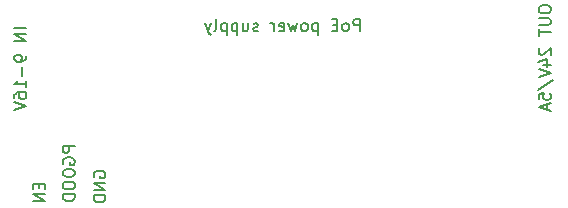
<source format=gbr>
%TF.GenerationSoftware,KiCad,Pcbnew,5.1.10*%
%TF.CreationDate,2021-11-10T11:04:15+01:00*%
%TF.ProjectId,PoE_Boost-Converter,506f455f-426f-46f7-9374-2d436f6e7665,rev?*%
%TF.SameCoordinates,Original*%
%TF.FileFunction,Legend,Bot*%
%TF.FilePolarity,Positive*%
%FSLAX46Y46*%
G04 Gerber Fmt 4.6, Leading zero omitted, Abs format (unit mm)*
G04 Created by KiCad (PCBNEW 5.1.10) date 2021-11-10 11:04:15*
%MOMM*%
%LPD*%
G01*
G04 APERTURE LIST*
%ADD10C,0.150000*%
G04 APERTURE END LIST*
D10*
X135500000Y-51752380D02*
X135500000Y-50752380D01*
X135119047Y-50752380D01*
X135023809Y-50800000D01*
X134976190Y-50847619D01*
X134928571Y-50942857D01*
X134928571Y-51085714D01*
X134976190Y-51180952D01*
X135023809Y-51228571D01*
X135119047Y-51276190D01*
X135500000Y-51276190D01*
X134357142Y-51752380D02*
X134452380Y-51704761D01*
X134500000Y-51657142D01*
X134547619Y-51561904D01*
X134547619Y-51276190D01*
X134500000Y-51180952D01*
X134452380Y-51133333D01*
X134357142Y-51085714D01*
X134214285Y-51085714D01*
X134119047Y-51133333D01*
X134071428Y-51180952D01*
X134023809Y-51276190D01*
X134023809Y-51561904D01*
X134071428Y-51657142D01*
X134119047Y-51704761D01*
X134214285Y-51752380D01*
X134357142Y-51752380D01*
X133595238Y-51228571D02*
X133261904Y-51228571D01*
X133119047Y-51752380D02*
X133595238Y-51752380D01*
X133595238Y-50752380D01*
X133119047Y-50752380D01*
X131928571Y-51085714D02*
X131928571Y-52085714D01*
X131928571Y-51133333D02*
X131833333Y-51085714D01*
X131642857Y-51085714D01*
X131547619Y-51133333D01*
X131500000Y-51180952D01*
X131452380Y-51276190D01*
X131452380Y-51561904D01*
X131500000Y-51657142D01*
X131547619Y-51704761D01*
X131642857Y-51752380D01*
X131833333Y-51752380D01*
X131928571Y-51704761D01*
X130880952Y-51752380D02*
X130976190Y-51704761D01*
X131023809Y-51657142D01*
X131071428Y-51561904D01*
X131071428Y-51276190D01*
X131023809Y-51180952D01*
X130976190Y-51133333D01*
X130880952Y-51085714D01*
X130738095Y-51085714D01*
X130642857Y-51133333D01*
X130595238Y-51180952D01*
X130547619Y-51276190D01*
X130547619Y-51561904D01*
X130595238Y-51657142D01*
X130642857Y-51704761D01*
X130738095Y-51752380D01*
X130880952Y-51752380D01*
X130214285Y-51085714D02*
X130023809Y-51752380D01*
X129833333Y-51276190D01*
X129642857Y-51752380D01*
X129452380Y-51085714D01*
X128690476Y-51704761D02*
X128785714Y-51752380D01*
X128976190Y-51752380D01*
X129071428Y-51704761D01*
X129119047Y-51609523D01*
X129119047Y-51228571D01*
X129071428Y-51133333D01*
X128976190Y-51085714D01*
X128785714Y-51085714D01*
X128690476Y-51133333D01*
X128642857Y-51228571D01*
X128642857Y-51323809D01*
X129119047Y-51419047D01*
X128214285Y-51752380D02*
X128214285Y-51085714D01*
X128214285Y-51276190D02*
X128166666Y-51180952D01*
X128119047Y-51133333D01*
X128023809Y-51085714D01*
X127928571Y-51085714D01*
X126880952Y-51704761D02*
X126785714Y-51752380D01*
X126595238Y-51752380D01*
X126500000Y-51704761D01*
X126452380Y-51609523D01*
X126452380Y-51561904D01*
X126500000Y-51466666D01*
X126595238Y-51419047D01*
X126738095Y-51419047D01*
X126833333Y-51371428D01*
X126880952Y-51276190D01*
X126880952Y-51228571D01*
X126833333Y-51133333D01*
X126738095Y-51085714D01*
X126595238Y-51085714D01*
X126500000Y-51133333D01*
X125595238Y-51085714D02*
X125595238Y-51752380D01*
X126023809Y-51085714D02*
X126023809Y-51609523D01*
X125976190Y-51704761D01*
X125880952Y-51752380D01*
X125738095Y-51752380D01*
X125642857Y-51704761D01*
X125595238Y-51657142D01*
X125119047Y-51085714D02*
X125119047Y-52085714D01*
X125119047Y-51133333D02*
X125023809Y-51085714D01*
X124833333Y-51085714D01*
X124738095Y-51133333D01*
X124690476Y-51180952D01*
X124642857Y-51276190D01*
X124642857Y-51561904D01*
X124690476Y-51657142D01*
X124738095Y-51704761D01*
X124833333Y-51752380D01*
X125023809Y-51752380D01*
X125119047Y-51704761D01*
X124214285Y-51085714D02*
X124214285Y-52085714D01*
X124214285Y-51133333D02*
X124119047Y-51085714D01*
X123928571Y-51085714D01*
X123833333Y-51133333D01*
X123785714Y-51180952D01*
X123738095Y-51276190D01*
X123738095Y-51561904D01*
X123785714Y-51657142D01*
X123833333Y-51704761D01*
X123928571Y-51752380D01*
X124119047Y-51752380D01*
X124214285Y-51704761D01*
X123166666Y-51752380D02*
X123261904Y-51704761D01*
X123309523Y-51609523D01*
X123309523Y-50752380D01*
X122880952Y-51085714D02*
X122642857Y-51752380D01*
X122404761Y-51085714D02*
X122642857Y-51752380D01*
X122738095Y-51990476D01*
X122785714Y-52038095D01*
X122880952Y-52085714D01*
X150652380Y-49809523D02*
X150652380Y-50000000D01*
X150700000Y-50095238D01*
X150795238Y-50190476D01*
X150985714Y-50238095D01*
X151319047Y-50238095D01*
X151509523Y-50190476D01*
X151604761Y-50095238D01*
X151652380Y-50000000D01*
X151652380Y-49809523D01*
X151604761Y-49714285D01*
X151509523Y-49619047D01*
X151319047Y-49571428D01*
X150985714Y-49571428D01*
X150795238Y-49619047D01*
X150700000Y-49714285D01*
X150652380Y-49809523D01*
X150652380Y-50666666D02*
X151461904Y-50666666D01*
X151557142Y-50714285D01*
X151604761Y-50761904D01*
X151652380Y-50857142D01*
X151652380Y-51047619D01*
X151604761Y-51142857D01*
X151557142Y-51190476D01*
X151461904Y-51238095D01*
X150652380Y-51238095D01*
X150652380Y-51571428D02*
X150652380Y-52142857D01*
X151652380Y-51857142D02*
X150652380Y-51857142D01*
X150747619Y-53190476D02*
X150700000Y-53238095D01*
X150652380Y-53333333D01*
X150652380Y-53571428D01*
X150700000Y-53666666D01*
X150747619Y-53714285D01*
X150842857Y-53761904D01*
X150938095Y-53761904D01*
X151080952Y-53714285D01*
X151652380Y-53142857D01*
X151652380Y-53761904D01*
X150985714Y-54619047D02*
X151652380Y-54619047D01*
X150604761Y-54380952D02*
X151319047Y-54142857D01*
X151319047Y-54761904D01*
X150652380Y-55000000D02*
X151652380Y-55333333D01*
X150652380Y-55666666D01*
X150604761Y-56714285D02*
X151890476Y-55857142D01*
X150652380Y-57523809D02*
X150652380Y-57047619D01*
X151128571Y-57000000D01*
X151080952Y-57047619D01*
X151033333Y-57142857D01*
X151033333Y-57380952D01*
X151080952Y-57476190D01*
X151128571Y-57523809D01*
X151223809Y-57571428D01*
X151461904Y-57571428D01*
X151557142Y-57523809D01*
X151604761Y-57476190D01*
X151652380Y-57380952D01*
X151652380Y-57142857D01*
X151604761Y-57047619D01*
X151557142Y-57000000D01*
X151366666Y-57952380D02*
X151366666Y-58428571D01*
X151652380Y-57857142D02*
X150652380Y-58190476D01*
X151652380Y-58523809D01*
X107252380Y-51519047D02*
X106252380Y-51519047D01*
X107252380Y-51995238D02*
X106252380Y-51995238D01*
X107252380Y-52566666D01*
X106252380Y-52566666D01*
X107252380Y-53852380D02*
X107252380Y-54042857D01*
X107204761Y-54138095D01*
X107157142Y-54185714D01*
X107014285Y-54280952D01*
X106823809Y-54328571D01*
X106442857Y-54328571D01*
X106347619Y-54280952D01*
X106300000Y-54233333D01*
X106252380Y-54138095D01*
X106252380Y-53947619D01*
X106300000Y-53852380D01*
X106347619Y-53804761D01*
X106442857Y-53757142D01*
X106680952Y-53757142D01*
X106776190Y-53804761D01*
X106823809Y-53852380D01*
X106871428Y-53947619D01*
X106871428Y-54138095D01*
X106823809Y-54233333D01*
X106776190Y-54280952D01*
X106680952Y-54328571D01*
X106871428Y-54757142D02*
X106871428Y-55519047D01*
X107252380Y-56519047D02*
X107252380Y-55947619D01*
X107252380Y-56233333D02*
X106252380Y-56233333D01*
X106395238Y-56138095D01*
X106490476Y-56042857D01*
X106538095Y-55947619D01*
X106252380Y-57376190D02*
X106252380Y-57185714D01*
X106300000Y-57090476D01*
X106347619Y-57042857D01*
X106490476Y-56947619D01*
X106680952Y-56900000D01*
X107061904Y-56900000D01*
X107157142Y-56947619D01*
X107204761Y-56995238D01*
X107252380Y-57090476D01*
X107252380Y-57280952D01*
X107204761Y-57376190D01*
X107157142Y-57423809D01*
X107061904Y-57471428D01*
X106823809Y-57471428D01*
X106728571Y-57423809D01*
X106680952Y-57376190D01*
X106633333Y-57280952D01*
X106633333Y-57090476D01*
X106680952Y-56995238D01*
X106728571Y-56947619D01*
X106823809Y-56900000D01*
X106252380Y-57757142D02*
X107252380Y-58090476D01*
X106252380Y-58423809D01*
X113000000Y-64138095D02*
X112952380Y-64042857D01*
X112952380Y-63900000D01*
X113000000Y-63757142D01*
X113095238Y-63661904D01*
X113190476Y-63614285D01*
X113380952Y-63566666D01*
X113523809Y-63566666D01*
X113714285Y-63614285D01*
X113809523Y-63661904D01*
X113904761Y-63757142D01*
X113952380Y-63900000D01*
X113952380Y-63995238D01*
X113904761Y-64138095D01*
X113857142Y-64185714D01*
X113523809Y-64185714D01*
X113523809Y-63995238D01*
X113952380Y-64614285D02*
X112952380Y-64614285D01*
X113952380Y-65185714D01*
X112952380Y-65185714D01*
X113952380Y-65661904D02*
X112952380Y-65661904D01*
X112952380Y-65900000D01*
X113000000Y-66042857D01*
X113095238Y-66138095D01*
X113190476Y-66185714D01*
X113380952Y-66233333D01*
X113523809Y-66233333D01*
X113714285Y-66185714D01*
X113809523Y-66138095D01*
X113904761Y-66042857D01*
X113952380Y-65900000D01*
X113952380Y-65661904D01*
X111352380Y-61490476D02*
X110352380Y-61490476D01*
X110352380Y-61871428D01*
X110400000Y-61966666D01*
X110447619Y-62014285D01*
X110542857Y-62061904D01*
X110685714Y-62061904D01*
X110780952Y-62014285D01*
X110828571Y-61966666D01*
X110876190Y-61871428D01*
X110876190Y-61490476D01*
X110400000Y-63014285D02*
X110352380Y-62919047D01*
X110352380Y-62776190D01*
X110400000Y-62633333D01*
X110495238Y-62538095D01*
X110590476Y-62490476D01*
X110780952Y-62442857D01*
X110923809Y-62442857D01*
X111114285Y-62490476D01*
X111209523Y-62538095D01*
X111304761Y-62633333D01*
X111352380Y-62776190D01*
X111352380Y-62871428D01*
X111304761Y-63014285D01*
X111257142Y-63061904D01*
X110923809Y-63061904D01*
X110923809Y-62871428D01*
X110352380Y-63680952D02*
X110352380Y-63871428D01*
X110400000Y-63966666D01*
X110495238Y-64061904D01*
X110685714Y-64109523D01*
X111019047Y-64109523D01*
X111209523Y-64061904D01*
X111304761Y-63966666D01*
X111352380Y-63871428D01*
X111352380Y-63680952D01*
X111304761Y-63585714D01*
X111209523Y-63490476D01*
X111019047Y-63442857D01*
X110685714Y-63442857D01*
X110495238Y-63490476D01*
X110400000Y-63585714D01*
X110352380Y-63680952D01*
X110352380Y-64728571D02*
X110352380Y-64919047D01*
X110400000Y-65014285D01*
X110495238Y-65109523D01*
X110685714Y-65157142D01*
X111019047Y-65157142D01*
X111209523Y-65109523D01*
X111304761Y-65014285D01*
X111352380Y-64919047D01*
X111352380Y-64728571D01*
X111304761Y-64633333D01*
X111209523Y-64538095D01*
X111019047Y-64490476D01*
X110685714Y-64490476D01*
X110495238Y-64538095D01*
X110400000Y-64633333D01*
X110352380Y-64728571D01*
X111352380Y-65585714D02*
X110352380Y-65585714D01*
X110352380Y-65823809D01*
X110400000Y-65966666D01*
X110495238Y-66061904D01*
X110590476Y-66109523D01*
X110780952Y-66157142D01*
X110923809Y-66157142D01*
X111114285Y-66109523D01*
X111209523Y-66061904D01*
X111304761Y-65966666D01*
X111352380Y-65823809D01*
X111352380Y-65585714D01*
X108328571Y-64661904D02*
X108328571Y-64995238D01*
X108852380Y-65138095D02*
X108852380Y-64661904D01*
X107852380Y-64661904D01*
X107852380Y-65138095D01*
X108852380Y-65566666D02*
X107852380Y-65566666D01*
X108852380Y-66138095D01*
X107852380Y-66138095D01*
M02*

</source>
